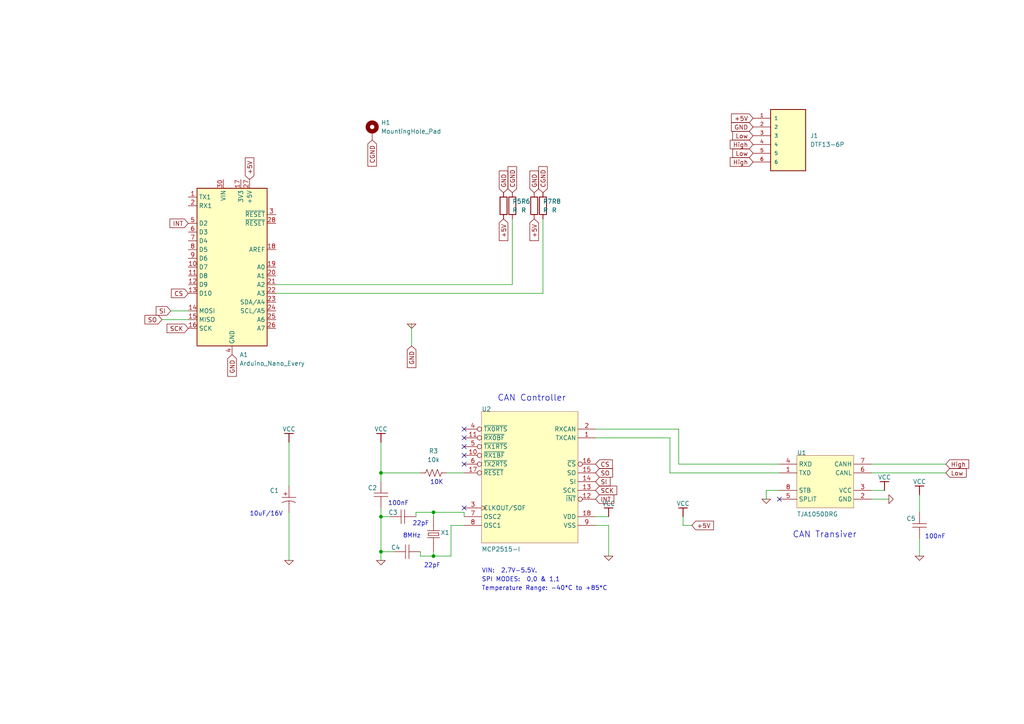
<source format=kicad_sch>
(kicad_sch (version 20250114) (generator "eeschema") (generator_version "9.0")
  (paper "A4")
  (lib_symbols
    (symbol "CAN Integration-altium-import:VCC_BAR" (power)
      (property "Value" "VCC" (at 0 -3.81 0))
      (symbol "VCC_BAR_0_0"
        (polyline (pts (xy -1.27 -2.54) (xy 1.27 -2.54)) (stroke (width 0.254)))
        (polyline (pts (xy 0 0) (xy 0 -2.54)) (stroke (width 0.254)))
        (pin power_in line (at 0 0 0) (length 0) (hide yes) (name "VCC") (number ""))
      )
    )
    (symbol "CAN Integration-altium-import:root_0_CRYSTAL-ECS-100-20-5PVX_adafruit.IntLib" (pin_numbers (hide yes)) (pin_names (hide yes))
      (symbol "root_0_CRYSTAL-ECS-100-20-5PVX_adafruit.IntLib_1_0"
        (polyline (pts (xy -1.778 1.016) (xy 1.778 1.016)))
        (polyline (pts (xy -1.778 -1.016) (xy 1.778 -1.016)))
        (polyline (pts (xy -1.524 0.381) (xy -1.524 -0.381)))
        (polyline (pts (xy -1.524 -0.381) (xy 1.524 -0.381)))
        (polyline (pts (xy 0 1.016) (xy 0 2.54)))
        (polyline (pts (xy 0 -2.54) (xy 0 -1.016)))
        (polyline (pts (xy 1.524 0.381) (xy -1.524 0.381)))
        (polyline (pts (xy 1.524 -0.381) (xy 1.524 0.381)))
        (pin passive line (at 0 5.08 270) (length 2.54) (name "2") (number "2"))
        (pin passive line (at 0 -5.08 90) (length 2.54) (name "1") (number "1"))
      )
    )
    (symbol "CAN Integration-altium-import:root_0_Cap_Tantalum_adafruit.IntLib" (pin_numbers (hide yes)) (pin_names (hide yes))
      (symbol "root_0_Cap_Tantalum_adafruit.IntLib_1_0"
        (polyline (pts (xy -2.032 -3.302) (xy 2.032 -3.302)))
        (polyline (pts (xy -1.524 -2.286) (xy -0.508 -2.286)))
        (polyline (pts (xy -1.016 -1.778) (xy -1.016 -2.794)))
        (polyline (pts (xy 0 -2.54) (xy 0 -3.302)))
        (polyline (pts (xy 0 -4.318) (xy 0 -5.08)))
        (arc (start 0 -4.318) (mid 0.9856 -4.4393) (end 1.9124 -4.7961))
        (arc (start -2.0163 -4.8535) (mid -1.0431 -4.4542) (end 0 -4.318))
        (pin passive line (at 0 0 270) (length 2.54) (name "1") (number "1"))
        (pin passive line (at 0 -7.62 90) (length 2.54) (name "2") (number "2"))
      )
    )
    (symbol "CAN Integration-altium-import:root_0_MCP2515_adafruit.SCHLIB"
      (symbol "root_0_MCP2515_adafruit.SCHLIB_1_0"
        (rectangle (start 27.94 0) (end 0 -38.1) (stroke (width 0.0254) (color 128 0 0 1)) (fill (type background)))
        (pin passive inverted (at -5.08 -5.08 0) (length 5.08) (name "~{TX0RTS}") (number "4"))
        (pin passive inverted (at -5.08 -7.62 0) (length 5.08) (name "~{RX0BF}") (number "11"))
        (pin passive inverted (at -5.08 -10.16 0) (length 5.08) (name "~{TX1RTS}") (number "5"))
        (pin passive inverted (at -5.08 -12.7 0) (length 5.08) (name "~{RX1BF}") (number "10"))
        (pin passive inverted (at -5.08 -15.24 0) (length 5.08) (name "~{TX2RTS}") (number "6"))
        (pin passive inverted (at -5.08 -17.78 0) (length 5.08) (name "~{RESET}") (number "17"))
        (pin passive clock (at -5.08 -27.94 0) (length 5.08) (name "CLKOUT/SOF") (number "3"))
        (pin passive line (at -5.08 -30.48 0) (length 5.08) (name "OSC2") (number "7"))
        (pin passive line (at -5.08 -33.02 0) (length 5.08) (name "OSC1") (number "8"))
        (pin passive line (at 33.02 -5.08 180) (length 5.08) (name "RXCAN") (number "2"))
        (pin passive line (at 33.02 -7.62 180) (length 5.08) (name "TXCAN") (number "1"))
        (pin passive inverted (at 33.02 -15.24 180) (length 5.08) (name "~{CS}") (number "16"))
        (pin passive line (at 33.02 -17.78 180) (length 5.08) (name "SO") (number "15"))
        (pin passive line (at 33.02 -20.32 180) (length 5.08) (name "SI") (number "14"))
        (pin passive line (at 33.02 -22.86 180) (length 5.08) (name "SCK") (number "13"))
        (pin passive inverted (at 33.02 -25.4 180) (length 5.08) (name "~{INT}") (number "12"))
        (pin passive line (at 33.02 -30.48 180) (length 5.08) (name "VDD") (number "18"))
        (pin passive line (at 33.02 -33.02 180) (length 5.08) (name "VSS") (number "9"))
      )
    )
    (symbol "CAN Integration-altium-import:root_0_TJA1050DRG_adafruit.SCHLIB"
      (symbol "root_0_TJA1050DRG_adafruit.SCHLIB_1_0"
        (rectangle (start 16.51 0) (end 0 -15.24) (stroke (width 0.0254) (color 128 0 0 1)) (fill (type background)))
        (pin passive line (at -5.08 -2.54 0) (length 5.08) (name "RXD") (number "4"))
        (pin passive line (at -5.08 -5.08 0) (length 5.08) (name "TXD") (number "1"))
        (pin passive line (at -5.08 -10.16 0) (length 5.08) (name "STB") (number "8"))
        (pin passive line (at -5.08 -12.7 0) (length 5.08) (name "SPLIT") (number "5"))
        (pin passive line (at 21.59 -2.54 180) (length 5.08) (name "CANH") (number "7"))
        (pin passive line (at 21.59 -5.08 180) (length 5.08) (name "CANL") (number "6"))
        (pin passive line (at 21.59 -10.16 180) (length 5.08) (name "VCC") (number "3"))
        (pin passive line (at 21.59 -12.7 180) (length 5.08) (name "GND") (number "2"))
      )
    )
    (symbol "CAN Integration-altium-import:root_2_Cap_0603_adafruit.IntLib" (pin_numbers (hide yes)) (pin_names (hide yes))
      (symbol "root_2_Cap_0603_adafruit.IntLib_1_0"
        (polyline (pts (xy -2.032 4.318) (xy 2.032 4.318)))
        (polyline (pts (xy 0 5.08) (xy 0 4.318)))
        (polyline (pts (xy 0 2.54) (xy 0 3.302)))
        (polyline (pts (xy 2.032 3.302) (xy -2.032 3.302)))
        (pin passive line (at 0 7.62 270) (length 2.54) (name "2") (number "2"))
        (pin passive line (at 0 0 90) (length 2.54) (name "1") (number "1"))
      )
    )
    (symbol "CAN Integration-altium-import:root_3_Cap_0603_adafruit.IntLib" (pin_numbers (hide yes)) (pin_names (hide yes))
      (symbol "root_3_Cap_0603_adafruit.IntLib_1_0"
        (polyline (pts (xy -5.08 0) (xy -4.318 0)))
        (polyline (pts (xy -4.318 -2.032) (xy -4.318 2.032)))
        (polyline (pts (xy -3.302 2.032) (xy -3.302 -2.032)))
        (polyline (pts (xy -2.54 0) (xy -3.302 0)))
        (pin passive line (at -7.62 0 0) (length 2.54) (name "2") (number "2"))
        (pin passive line (at 0 0 180) (length 2.54) (name "1") (number "1"))
      )
    )
    (symbol "DTF13-6P:DTF13-6P" (pin_names (offset 1.016))
      (property "Reference" "J" (at -5.08 8.128 0))
      (property "Value" "DTF13-6P" (at -5.08 -12.7 0))
      (symbol "DTF13-6P_0_0"
        (rectangle (start -5.08 -10.16) (end 5.08 7.62) (stroke (width 0.254)) (fill (type background)))
        (pin passive line (at -10.16 5.08 0) (length 5.08) (name "1") (number "1"))
        (pin passive line (at -10.16 2.54 0) (length 5.08) (name "2") (number "2"))
        (pin passive line (at -10.16 0 0) (length 5.08) (name "3") (number "3"))
        (pin passive line (at -10.16 -2.54 0) (length 5.08) (name "4") (number "4"))
        (pin passive line (at -10.16 -5.08 0) (length 5.08) (name "5") (number "5"))
        (pin passive line (at -10.16 -7.62 0) (length 5.08) (name "6") (number "6"))
      )
    )
    (symbol "Device:R" (pin_numbers (hide yes)) (pin_names (offset 0))
      (property "Reference" "R" (at 2.032 0 90))
      (property "Value" "R" (at 0 0 90))
      (symbol "R_0_1"
        (rectangle (start -1.016 -2.54) (end 1.016 2.54) (stroke (width 0.254)))
      )
      (symbol "R_1_1"
        (pin passive line (at 0 3.81 270) (length 1.27) (name "~") (number "1"))
        (pin passive line (at 0 -3.81 90) (length 1.27) (name "~") (number "2"))
      )
    )
    (symbol "Device:R_US" (pin_numbers (hide yes)) (pin_names (offset 0))
      (property "Reference" "R" (at 2.54 0 90))
      (property "Value" "R_US" (at -2.54 0 90))
      (symbol "R_US_0_1"
        (polyline (pts (xy 0 2.286) (xy 0 2.54)))
        (polyline (pts (xy 0 2.286) (xy 1.016 1.905) (xy 0 1.524) (xy -1.016 1.143) (xy 0 0.762)))
        (polyline (pts (xy 0 0.762) (xy 1.016 0.381) (xy 0 0) (xy -1.016 -0.381) (xy 0 -0.762)))
        (polyline (pts (xy 0 -0.762) (xy 1.016 -1.143) (xy 0 -1.524) (xy -1.016 -1.905) (xy 0 -2.286)))
        (polyline (pts (xy 0 -2.286) (xy 0 -2.54)))
      )
      (symbol "R_US_1_1"
        (pin passive line (at 0 3.81 270) (length 1.27) (name "~") (number "1"))
        (pin passive line (at 0 -3.81 90) (length 1.27) (name "~") (number "2"))
      )
    )
    (symbol "MCU_Module:Arduino_Nano_Every"
      (property "Reference" "A" (at -10.16 23.495 0))
      (property "Value" "Arduino_Nano_Every" (at 5.08 -24.13 0))
      (symbol "Arduino_Nano_Every_0_1"
        (rectangle (start -10.16 22.86) (end 10.16 -22.86) (stroke (width 0.254)) (fill (type background)))
      )
      (symbol "Arduino_Nano_Every_1_1"
        (pin bidirectional line (at -12.7 20.32 0) (length 2.54) (name "TX1") (number "1"))
        (pin bidirectional line (at -12.7 17.78 0) (length 2.54) (name "RX1") (number "2"))
        (pin bidirectional line (at -12.7 12.7 0) (length 2.54) (name "D2") (number "5"))
        (pin bidirectional line (at -12.7 10.16 0) (length 2.54) (name "D3") (number "6"))
        (pin bidirectional line (at -12.7 7.62 0) (length 2.54) (name "D4") (number "7"))
        (pin bidirectional line (at -12.7 5.08 0) (length 2.54) (name "D5") (number "8"))
        (pin bidirectional line (at -12.7 2.54 0) (length 2.54) (name "D6") (number "9"))
        (pin bidirectional line (at -12.7 0 0) (length 2.54) (name "D7") (number "10"))
        (pin bidirectional line (at -12.7 -2.54 0) (length 2.54) (name "D8") (number "11"))
        (pin bidirectional line (at -12.7 -5.08 0) (length 2.54) (name "D9") (number "12"))
        (pin bidirectional line (at -12.7 -7.62 0) (length 2.54) (name "D10") (number "13"))
        (pin bidirectional line (at -12.7 -12.7 0) (length 2.54) (name "MOSI") (number "14"))
        (pin bidirectional line (at -12.7 -15.24 0) (length 2.54) (name "MISO") (number "15"))
        (pin bidirectional line (at -12.7 -17.78 0) (length 2.54) (name "SCK") (number "16"))
        (pin power_in line (at -2.54 25.4 270) (length 2.54) (name "VIN") (number "30"))
        (pin passive line (at 0 -25.4 90) (length 2.54) (hide yes) (name "GND") (number "29"))
        (pin power_in line (at 0 -25.4 90) (length 2.54) (name "GND") (number "4"))
        (pin power_out line (at 2.54 25.4 270) (length 2.54) (name "3V3") (number "17"))
        (pin power_out line (at 5.08 25.4 270) (length 2.54) (name "+5V") (number "27"))
        (pin input line (at 12.7 15.24 180) (length 2.54) (name "~{RESET}") (number "3"))
        (pin input line (at 12.7 12.7 180) (length 2.54) (name "~{RESET}") (number "28"))
        (pin input line (at 12.7 5.08 180) (length 2.54) (name "AREF") (number "18"))
        (pin bidirectional line (at 12.7 0 180) (length 2.54) (name "A0") (number "19"))
        (pin bidirectional line (at 12.7 -2.54 180) (length 2.54) (name "A1") (number "20"))
        (pin bidirectional line (at 12.7 -5.08 180) (length 2.54) (name "A2") (number "21"))
        (pin bidirectional line (at 12.7 -7.62 180) (length 2.54) (name "A3") (number "22"))
        (pin bidirectional line (at 12.7 -10.16 180) (length 2.54) (name "SDA/A4") (number "23"))
        (pin bidirectional line (at 12.7 -12.7 180) (length 2.54) (name "SCL/A5") (number "24"))
        (pin bidirectional line (at 12.7 -15.24 180) (length 2.54) (name "A6") (number "25"))
        (pin bidirectional line (at 12.7 -17.78 180) (length 2.54) (name "A7") (number "26"))
      )
    )
    (symbol "Mechanical:MountingHole_Pad" (pin_numbers (hide yes)) (pin_names (offset 1.016) (hide yes)) (in_bom no)
      (property "Reference" "H" (at 0 6.35 0))
      (property "Value" "MountingHole_Pad" (at 0 4.445 0))
      (symbol "MountingHole_Pad_0_1"
        (circle (center 0 1.27) (radius 1.27) (stroke (width 1.27)))
      )
      (symbol "MountingHole_Pad_1_1"
        (pin input line (at 0 -2.54 90) (length 2.54) (name "1") (number "1"))
      )
    )
    (symbol "Simulation_SPICE:0" (power) (pin_numbers (hide yes)) (pin_names (offset 0) (hide yes))
      (property "Value" "0" (at 0 -2.54 0))
      (symbol "0_0_1"
        (polyline (pts (xy -1.27 0) (xy 0 -1.27) (xy 1.27 0) (xy -1.27 0)))
      )
      (symbol "0_1_1"
        (pin power_in line (at 0 0 0) (length 0) (name "~") (number "1"))
      )
    )
  )
  (text "22pF" (at 122.936 164.846 0) (effects (font (size 1.27 1.27)) (justify left bottom)))
  (text "Temperature Range: -40*C to +85*C" (at 139.7 171.45 0) (effects (font (size 1.27 1.27)) (justify left bottom)))
  (text "8MHz" (at 116.84 156.21 0) (effects (font (size 1.27 1.27)) (justify left bottom)))
  (text "10K" (at 124.714 140.716 0) (effects (font (size 1.27 1.27)) (justify left bottom)))
  (text "VIN:  2.7V-5.5V." (at 139.7 166.37 0) (effects (font (size 1.27 1.27)) (justify left bottom)))
  (text "100nF" (at 112.522 146.812 0) (effects (font (size 1.27 1.27)) (justify left bottom)))
  (text "CAN Transiver" (at 229.87 156.21 0) (effects (font (size 1.778 1.778)) (justify left bottom)))
  (text "CAN Controller" (at 144.272 116.586 0) (effects (font (size 1.778 1.778)) (justify left bottom)))
  (text "100nF" (at 268.224 156.464 0) (effects (font (size 1.27 1.27)) (justify left bottom)))
  (text "SPI MODES:  0,0 & 1,1" (at 139.7 168.91 0) (effects (font (size 1.27 1.27)) (justify left bottom)))
  (text "22pF" (at 119.634 152.654 0) (effects (font (size 1.27 1.27)) (justify left bottom)))
  (text "10uF/16V" (at 72.39 149.86 0) (effects (font (size 1.27 1.27)) (justify left bottom)))
  (junction (at 125.73 148.59))
  (junction (at 125.73 161.29))
  (junction (at 110.49 137.16))
  (junction (at 110.49 160.02))
  (junction (at 110.49 149.86))
  (no_connect (at 134.62 127))
  (no_connect (at 134.62 129.54))
  (no_connect (at 134.62 124.46))
  (no_connect (at 134.62 132.08))
  (no_connect (at 134.62 134.62))
  (no_connect (at 226.06 144.78))
  (no_connect (at 134.62 147.32))
  (wire (pts (xy 80.01 82.55) (xy 148.59 82.55)))
  (wire (pts (xy 176.53 152.4) (xy 172.72 152.4)))
  (wire (pts (xy 49.53 90.17) (xy 54.61 90.17)))
  (wire (pts (xy 83.82 162.56) (xy 83.82 148.59)))
  (wire (pts (xy 125.73 148.59) (xy 125.73 149.86)))
  (wire (pts (xy 196.85 134.62) (xy 226.06 134.62)))
  (wire (pts (xy 252.73 137.16) (xy 274.32 137.16)))
  (wire (pts (xy 266.7 143.51) (xy 266.7 148.59)))
  (wire (pts (xy 198.12 152.4) (xy 200.66 152.4)))
  (wire (pts (xy 266.7 161.29) (xy 266.7 156.21)))
  (wire (pts (xy 120.65 148.59) (xy 120.65 149.86)))
  (wire (pts (xy 110.49 160.02) (xy 110.49 162.56)))
  (wire (pts (xy 125.73 148.59) (xy 134.62 148.59)))
  (wire (pts (xy 198.12 149.86) (xy 198.12 152.4)))
  (wire (pts (xy 110.49 160.02) (xy 114.3 160.02)))
  (wire (pts (xy 196.85 124.46) (xy 196.85 134.62)))
  (wire (pts (xy 222.25 142.24) (xy 222.25 144.78)))
  (wire (pts (xy 119.38 93.98) (xy 119.38 100.33)))
  (wire (pts (xy 134.62 148.59) (xy 134.62 149.86)))
  (wire (pts (xy 257.81 144.78) (xy 252.73 144.78)))
  (wire (pts (xy 134.62 152.4) (xy 130.81 152.4)))
  (wire (pts (xy 110.49 149.86) (xy 113.03 149.86)))
  (wire (pts (xy 130.81 152.4) (xy 130.81 161.29)))
  (wire (pts (xy 121.92 161.29) (xy 125.73 161.29)))
  (wire (pts (xy 148.59 82.55) (xy 148.59 63.5)))
  (wire (pts (xy 46.99 92.71) (xy 54.61 92.71)))
  (wire (pts (xy 120.65 148.59) (xy 125.73 148.59)))
  (wire (pts (xy 172.72 127) (xy 194.31 127)))
  (wire (pts (xy 121.92 160.02) (xy 121.92 161.29)))
  (wire (pts (xy 125.73 161.29) (xy 130.81 161.29)))
  (wire (pts (xy 176.53 149.86) (xy 172.72 149.86)))
  (wire (pts (xy 110.49 149.86) (xy 110.49 160.02)))
  (wire (pts (xy 157.48 85.09) (xy 157.48 63.5)))
  (wire (pts (xy 172.72 124.46) (xy 196.85 124.46)))
  (wire (pts (xy 134.62 137.16) (xy 129.54 137.16)))
  (wire (pts (xy 121.92 137.16) (xy 110.49 137.16)))
  (wire (pts (xy 252.73 134.62) (xy 274.32 134.62)))
  (wire (pts (xy 194.31 127) (xy 194.31 137.16)))
  (wire (pts (xy 125.73 160.02) (xy 125.73 161.29)))
  (wire (pts (xy 176.53 161.29) (xy 176.53 152.4)))
  (wire (pts (xy 194.31 137.16) (xy 226.06 137.16)))
  (wire (pts (xy 110.49 137.16) (xy 110.49 139.7)))
  (wire (pts (xy 226.06 142.24) (xy 222.25 142.24)))
  (wire (pts (xy 83.82 128.27) (xy 83.82 140.97)))
  (wire (pts (xy 256.54 142.24) (xy 252.73 142.24)))
  (wire (pts (xy 110.49 128.27) (xy 110.49 137.16)))
  (wire (pts (xy 80.01 85.09) (xy 157.48 85.09)))
  (wire (pts (xy 110.49 147.32) (xy 110.49 149.86)))
  (global_label "CS" (shape input) (at 54.61 85.09 180) (property "Intersheetrefs" "${INTERSHEET_REFS}" (effects (hide yes))))
  (global_label "Low" (shape input) (at 218.44 44.45 180) (property "Intersheetrefs" "${INTERSHEET_REFS}" (effects (hide yes))))
  (global_label "GND" (shape input) (at 154.94 55.88 90) (property "Intersheetrefs" "${INTERSHEET_REFS}" (effects (hide yes))))
  (global_label "High" (shape input) (at 274.32 134.62 0) (property "Intersheetrefs" "${INTERSHEET_REFS}" (effects (hide yes))))
  (global_label "+5V" (shape input) (at 154.94 63.5 270) (property "Intersheetrefs" "${INTERSHEET_REFS}" (effects (hide yes))))
  (global_label "INT" (shape input) (at 54.61 64.77 180) (property "Intersheetrefs" "${INTERSHEET_REFS}" (effects (hide yes))))
  (global_label "CGND" (shape input) (at 107.95 40.64 270) (property "Intersheetrefs" "${INTERSHEET_REFS}" (effects (hide yes))))
  (global_label "SO" (shape input) (at 172.72 137.16 0) (property "Intersheetrefs" "${INTERSHEET_REFS}" (effects (hide yes))))
  (global_label "+5V" (shape input) (at 146.05 63.5 270) (property "Intersheetrefs" "${INTERSHEET_REFS}" (effects (hide yes))))
  (global_label "CGND" (shape input) (at 157.48 55.88 90) (property "Intersheetrefs" "${INTERSHEET_REFS}" (effects (hide yes))))
  (global_label "+5V" (shape input) (at 218.44 34.29 180) (property "Intersheetrefs" "${INTERSHEET_REFS}" (effects (hide yes))))
  (global_label "SI" (shape input) (at 49.53 90.17 180) (property "Intersheetrefs" "${INTERSHEET_REFS}" (effects (hide yes))))
  (global_label "High" (shape input) (at 218.44 41.91 180) (property "Intersheetrefs" "${INTERSHEET_REFS}" (effects (hide yes))))
  (global_label "+5V" (shape input) (at 200.66 152.4 0) (property "Intersheetrefs" "${INTERSHEET_REFS}" (effects (hide yes))))
  (global_label "Low" (shape input) (at 274.32 137.16 0) (property "Intersheetrefs" "${INTERSHEET_REFS}" (effects (hide yes))))
  (global_label "SCK" (shape input) (at 54.61 95.25 180) (property "Intersheetrefs" "${INTERSHEET_REFS}" (effects (hide yes))))
  (global_label "High" (shape input) (at 218.44 46.99 180) (property "Intersheetrefs" "${INTERSHEET_REFS}" (effects (hide yes))))
  (global_label "SO" (shape input) (at 46.99 92.71 180) (property "Intersheetrefs" "${INTERSHEET_REFS}" (effects (hide yes))))
  (global_label "INT" (shape input) (at 172.72 144.78 0) (property "Intersheetrefs" "${INTERSHEET_REFS}" (effects (hide yes))))
  (global_label "GND" (shape input) (at 218.44 36.83 180) (property "Intersheetrefs" "${INTERSHEET_REFS}" (effects (hide yes))))
  (global_label "SI" (shape input) (at 172.72 139.7 0) (property "Intersheetrefs" "${INTERSHEET_REFS}" (effects (hide yes))))
  (global_label "GND" (shape input) (at 67.31 102.87 270) (property "Intersheetrefs" "${INTERSHEET_REFS}" (effects (hide yes))))
  (global_label "CS" (shape input) (at 172.72 134.62 0) (property "Intersheetrefs" "${INTERSHEET_REFS}" (effects (hide yes))))
  (global_label "+5V" (shape input) (at 72.39 52.07 90) (property "Intersheetrefs" "${INTERSHEET_REFS}" (effects (hide yes))))
  (global_label "CGND" (shape input) (at 148.59 55.88 90) (property "Intersheetrefs" "${INTERSHEET_REFS}" (effects (hide yes))))
  (global_label "SCK" (shape input) (at 172.72 142.24 0) (property "Intersheetrefs" "${INTERSHEET_REFS}" (effects (hide yes))))
  (global_label "Low" (shape input) (at 218.44 39.37 180) (property "Intersheetrefs" "${INTERSHEET_REFS}" (effects (hide yes))))
  (global_label "GND" (shape input) (at 119.38 100.33 270) (property "Intersheetrefs" "${INTERSHEET_REFS}" (effects (hide yes))))
  (global_label "GND" (shape input) (at 146.05 55.88 90) (property "Intersheetrefs" "${INTERSHEET_REFS}" (effects (hide yes))))
  (symbol (lib_id "Device:R") (at 146.05 59.69 0) (unit 1)
    (property "Reference" "R5" (at 148.59 58.4199 0) (effects (justify left)))
    (property "Value" "R" (at 148.59 60.9599 0) (effects (justify left)))
    (property "Footprint" "Resistor_THT:R_Axial_DIN0204_L3.6mm_D1.6mm_P7.62mm_Horizontal" (effects (hide yes)))
    (property "Description" "Resistor" (effects (hide yes)))
  )
  (symbol (lib_id "CAN Integration-altium-import:VCC_BAR") (at 83.82 128.27 180) (unit 1)
    (property "Reference" "#PWR0112" (effects (hide yes)))
    (property "Value" "VCC" (at 83.82 124.46 0))
  )
  (symbol (lib_id "CAN Integration-altium-import:root_0_CRYSTAL-ECS-100-20-5PVX_adafruit.IntLib") (at 125.73 154.94 0) (unit 0)
    (property "Reference" "X1" (at 127.762 155.194 0) (effects (justify left bottom)))
    (property "Value" "${ALTIUM_VALUE}" (effects (hide yes)))
    (property "Footprint" "Crystal:Crystal_SMD_HC49-SD" (effects (hide yes)))
    (property "Description" "10MHz Â±30ppm Crystal 20pF 60 Ohms HC-49/US" (effects (hide yes)))
    (property "AVAILABILITY" "Warning" (effects (hide yes)))
    (property "SNAPEDA_LINK" "https://www.snapeda.com/parts/ECS-100-20-5PVX/ECS%20Inc./view-part/2721546/?ref=snap" (effects (hide yes)))
    (property "MP" "ECS-100-20-5PVX" (effects (hide yes)))
    (property "ALTIUM_VALUE" "8MHz" (effects (hide yes)))
    (property "PRICE" "None" (effects (hide yes)))
    (property "PACKAGE" "HC49/US ECS International" (effects (hide yes)))
    (property "MF" "ECS Inc." (effects (hide yes)))
    (property "CHECK_PRICES" "https://www.snapeda.com/parts/ECS-100-20-5PVX/ECS%20Inc./view-part/2721546/?ref=eda" (effects (hide yes)))
  )
  (symbol (lib_id "Simulation_SPICE:0") (at 266.7 161.29 0) (unit 1)
    (property "Reference" "#GND018" (effects (hide yes)))
    (property "Value" "0" (effects (hide yes)))
    (property "Datasheet" "https://ngspice.sourceforge.io/docs/ngspice-html-manual/manual.xhtml#subsec_Circuit_elements__device" (effects (hide yes)))
    (property "Description" "0V reference potential for simulation" (effects (hide yes)))
  )
  (symbol (lib_id "Simulation_SPICE:0") (at 110.49 162.56 0) (unit 1)
    (property "Reference" "#GND013" (effects (hide yes)))
    (property "Value" "0" (effects (hide yes)))
    (property "Datasheet" "https://ngspice.sourceforge.io/docs/ngspice-html-manual/manual.xhtml#subsec_Circuit_elements__device" (effects (hide yes)))
    (property "Description" "0V reference potential for simulation" (effects (hide yes)))
  )
  (symbol (lib_id "Simulation_SPICE:0") (at 222.25 144.78 0) (unit 1)
    (property "Reference" "#GND016" (effects (hide yes)))
    (property "Value" "0" (effects (hide yes)))
    (property "Datasheet" "https://ngspice.sourceforge.io/docs/ngspice-html-manual/manual.xhtml#subsec_Circuit_elements__device" (effects (hide yes)))
    (property "Description" "0V reference potential for simulation" (effects (hide yes)))
  )
  (symbol (lib_id "CAN Integration-altium-import:VCC_BAR") (at 266.7 143.51 180) (unit 1)
    (property "Reference" "#PWR0102" (effects (hide yes)))
    (property "Value" "VCC" (at 266.7 139.7 0))
  )
  (symbol (lib_id "CAN Integration-altium-import:VCC_BAR") (at 198.12 149.86 180) (unit 1)
    (property "Reference" "#PWR0108" (effects (hide yes)))
    (property "Value" "VCC" (at 198.12 146.05 0))
  )
  (symbol (lib_id "CAN Integration-altium-import:root_3_Cap_0603_adafruit.IntLib") (at 121.92 160.02 0) (unit 0)
    (property "Reference" "C4" (at 113.411 159.512 0) (effects (justify left bottom)))
    (property "Value" "${ALTIUM_VALUE}" (effects (hide yes)))
    (property "Footprint" "Capacitor_SMD:C_0603_1608Metric" (effects (hide yes)))
    (property "Description" "Capacitor, X5R, ±10%, 6.3V" (effects (hide yes)))
    (property "PART NUMBER" "C0603-N.C." (effects (hide yes)))
    (property "MANUFACTURER" "N.A." (effects (hide yes)))
    (property "DATASHEET" "*" (effects (hide yes)))
    (property "LATESTREVISIONDATE" "2009-11-23" (effects (hide yes)))
    (property "PIN COUNT" "2" (effects (hide yes)))
    (property "PUBLISHER" "Nordic Semiconductor" (effects (hide yes)))
    (property "PUBLISHED" "2009-05-08" (effects (hide yes)))
    (property "ALTIUM_VALUE" "22pF" (effects (hide yes)))
    (property "VOLTS" "6.3V" (effects (hide yes)))
    (property "SUPPLIER" "*" (effects (hide yes)))
    (property "SUPPLIER PART NUMBER" "*" (effects (hide yes)))
    (property "2ND SOURCE SUPPLIER" "*" (effects (hide yes)))
    (property "2ND SOURCE PART NUMBER" "*" (effects (hide yes)))
    (property "ARTIKKELNR NOCA" "20069060" (effects (hide yes)))
    (property "FOOTPRINT DOC" "0603" (effects (hide yes)))
    (property "ARTIKKELNR SIMPRO" "N.A." (effects (hide yes)))
    (property "MANUFACTURER PART NUMBER" "N.A." (effects (hide yes)))
  )
  (symbol (lib_id "CAN Integration-altium-import:root_3_Cap_0603_adafruit.IntLib") (at 120.65 149.86 0) (unit 0)
    (property "Reference" "C3" (at 112.649 149.352 0) (effects (justify left bottom)))
    (property "Value" "${ALTIUM_VALUE}" (effects (hide yes)))
    (property "Footprint" "Capacitor_SMD:C_0603_1608Metric" (effects (hide yes)))
    (property "Description" "Capacitor, X5R, ±10%, 6.3V" (effects (hide yes)))
    (property "PART NUMBER" "C0603-N.C." (effects (hide yes)))
    (property "MANUFACTURER" "N.A." (effects (hide yes)))
    (property "DATASHEET" "*" (effects (hide yes)))
    (property "LATESTREVISIONDATE" "2009-11-23" (effects (hide yes)))
    (property "PIN COUNT" "2" (effects (hide yes)))
    (property "PUBLISHER" "Nordic Semiconductor" (effects (hide yes)))
    (property "PUBLISHED" "2009-05-08" (effects (hide yes)))
    (property "ALTIUM_VALUE" "22pF" (effects (hide yes)))
    (property "VOLTS" "6.3V" (effects (hide yes)))
    (property "SUPPLIER" "*" (effects (hide yes)))
    (property "SUPPLIER PART NUMBER" "*" (effects (hide yes)))
    (property "2ND SOURCE SUPPLIER" "*" (effects (hide yes)))
    (property "2ND SOURCE PART NUMBER" "*" (effects (hide yes)))
    (property "ARTIKKELNR NOCA" "20069060" (effects (hide yes)))
    (property "FOOTPRINT DOC" "0603" (effects (hide yes)))
    (property "ARTIKKELNR SIMPRO" "N.A." (effects (hide yes)))
    (property "MANUFACTURER PART NUMBER" "N.A." (effects (hide yes)))
  )
  (symbol (lib_id "CAN Integration-altium-import:root_0_Cap_Tantalum_adafruit.IntLib") (at 83.82 140.97 0) (unit 0)
    (property "Reference" "C1" (at 78.232 143.002 0) (effects (justify left bottom)))
    (property "Value" "10uF/16V" (effects (hide yes)))
    (property "Footprint" "Capacitor_Tantalum_SMD:CP_EIA-1608-08_AVX-J" (effects (hide yes)))
    (property "Description" "SMD Tantalum Capacitor" (effects (hide yes)))
  )
  (symbol (lib_id "CAN Integration-altium-import:VCC_BAR") (at 256.54 142.24 180) (unit 1)
    (property "Reference" "#PWR0101" (effects (hide yes)))
    (property "Value" "VCC" (at 256.54 138.43 0))
  )
  (symbol (lib_id "CAN Integration-altium-import:root_0_TJA1050DRG_adafruit.SCHLIB") (at 231.14 132.08 0) (unit 0)
    (property "Reference" "U1" (at 231.14 132.08 0) (effects (justify left bottom)))
    (property "Value" "TJA1050DRG" (at 231.14 149.86 0) (effects (justify left bottom)))
    (property "Footprint" "Package_SO:SOIC-8_5.3x5.3mm_P1.27mm" (effects (hide yes)))
    (property "Description" "CAN Transiver" (effects (hide yes)))
    (property "SYMBOL" "TJA1050DRG" (effects (hide yes)))
    (property "DEVICE" "TJA1050DRG" (effects (hide yes)))
    (property "LCSC PART NAME" "TJA1050DRG" (effects (hide yes)))
    (property "SUPPLIER PART" "C19723770" (effects (hide yes)))
    (property "MANUFACTURER" "HGC(深圳汉芯)" (effects (hide yes)))
    (property "MANUFACTURER PART" "TJA1050DRG" (effects (hide yes)))
    (property "SUPPLIER FOOTPRINT" "SOP-8" (effects (hide yes)))
    (property "JLCPCB PART CLASS" "Extended Part" (effects (hide yes)))
    (property "DATASHEET" "https://atta.szlcsc.com/upload/public/pdf/source/20231229/9EC40A6172CAB0350BF7AF3421F4DEBF.pdf" (effects (hide yes)))
    (property "SUPPLIER" "LCSC" (effects (hide yes)))
    (property "ADD INTO BOM" "yes" (effects (hide yes)))
    (property "CONVERT TO PCB" "yes" (effects (hide yes)))
  )
  (symbol (lib_id "CAN Integration-altium-import:VCC_BAR") (at 110.49 128.27 180) (unit 1)
    (property "Reference" "#PWR0115" (effects (hide yes)))
    (property "Value" "VCC" (at 110.49 124.46 0))
  )
  (symbol (lib_id "CAN Integration-altium-import:root_2_Cap_0603_adafruit.IntLib") (at 110.49 147.32 0) (unit 0)
    (property "Reference" "C2" (at 106.68 142.24 0) (effects (justify left bottom)))
    (property "Value" "${ALTIUM_VALUE}" (effects (hide yes)))
    (property "Footprint" "Capacitor_SMD:C_0603_1608Metric" (effects (hide yes)))
    (property "Description" "Capacitor, X5R, ±10%, 6.3V" (effects (hide yes)))
    (property "PART NUMBER" "C0603-N.C." (effects (hide yes)))
    (property "MANUFACTURER" "N.A." (effects (hide yes)))
    (property "DATASHEET" "*" (effects (hide yes)))
    (property "LATESTREVISIONDATE" "2009-11-23" (effects (hide yes)))
    (property "PIN COUNT" "2" (effects (hide yes)))
    (property "PUBLISHER" "Nordic Semiconductor" (effects (hide yes)))
    (property "PUBLISHED" "2009-05-08" (effects (hide yes)))
    (property "ALTIUM_VALUE" "100nF" (effects (hide yes)))
    (property "VOLTS" "6.3V" (effects (hide yes)))
    (property "SUPPLIER" "*" (effects (hide yes)))
    (property "SUPPLIER PART NUMBER" "*" (effects (hide yes)))
    (property "2ND SOURCE SUPPLIER" "*" (effects (hide yes)))
    (property "2ND SOURCE PART NUMBER" "*" (effects (hide yes)))
    (property "ARTIKKELNR NOCA" "20069060" (effects (hide yes)))
    (property "FOOTPRINT DOC" "0603" (effects (hide yes)))
    (property "ARTIKKELNR SIMPRO" "N.A." (effects (hide yes)))
    (property "MANUFACTURER PART NUMBER" "N.A." (effects (hide yes)))
  )
  (symbol (lib_id "Simulation_SPICE:0") (at 119.38 93.98 0) (unit 1)
    (property "Reference" "#GND02" (effects (hide yes)))
    (property "Value" "0" (effects (hide yes)))
    (property "Datasheet" "https://ngspice.sourceforge.io/docs/ngspice-html-manual/manual.xhtml#subsec_Circuit_elements__device" (effects (hide yes)))
    (property "Description" "0V reference potential for simulation" (effects (hide yes)))
  )
  (symbol (lib_id "DTF13-6P:DTF13-6P") (at 228.6 39.37 0) (unit 1)
    (property "Reference" "J1" (at 234.95 39.3699 0) (effects (justify left)))
    (property "Value" "DTF13-6P" (at 234.95 41.9099 0) (effects (justify left)))
    (property "Footprint" "DTF13-6P:TE_DTF13-6P" (effects (hide yes)))
    (property "Comment" "DTF13-6P" (effects (hide yes)))
    (property "MF" "TE Connectivity" (effects (hide yes)))
    (property "MAXIMUM_PACKAGE_HEIGHT" "22.35mm" (effects (hide yes)))
    (property "Package" "None" (effects (hide yes)))
    (property "Price" "None" (effects (hide yes)))
    (property "Check_prices" "https://www.snapeda.com/parts/DTF13-6P/TE+Connectivity+Deutsch+Connectors/view-part/?ref=eda" (effects (hide yes)))
    (property "STANDARD" "Manufacturer Recommendations" (effects (hide yes)))
    (property "PARTREV" "B" (effects (hide yes)))
    (property "SnapEDA_Link" "https://www.snapeda.com/parts/DTF13-6P/TE+Connectivity+Deutsch+Connectors/view-part/?ref=snap" (effects (hide yes)))
    (property "MP" "DTF13-6P" (effects (hide yes)))
    (property "EU_RoHS_Compliance" "Compliant with Exemptions" (effects (hide yes)))
    (property "Description_1" "Connector, 6-Way, Black, Polyamide, DT Series | TE Connectivity DTF13-6P" (effects (hide yes)))
    (property "Availability" "In Stock" (effects (hide yes)))
    (property "MANUFACTURER" "TE Connectivity" (effects (hide yes)))
  )
  (symbol (lib_id "MCU_Module:Arduino_Nano_Every") (at 67.31 77.47 0) (unit 1)
    (property "Reference" "A1" (at 69.4533 102.87 0) (effects (justify left)))
    (property "Value" "Arduino_Nano_Every" (at 69.4533 105.41 0) (effects (justify left)))
    (property "Footprint" "Module:Arduino_Nano" (effects (hide yes)))
    (property "Datasheet" "https://content.arduino.cc/assets/NANOEveryV3.0_sch.pdf" (effects (hide yes)))
    (property "Description" "Arduino Nano Every" (effects (hide yes)))
  )
  (symbol (lib_id "Device:R") (at 148.59 59.69 0) (unit 1)
    (property "Reference" "R6" (at 151.13 58.4199 0) (effects (justify left)))
    (property "Value" "R" (at 151.13 60.9599 0) (effects (justify left)))
    (property "Footprint" "Resistor_THT:R_Axial_DIN0204_L3.6mm_D1.6mm_P7.62mm_Horizontal" (effects (hide yes)))
    (property "Description" "Resistor" (effects (hide yes)))
  )
  (symbol (lib_id "Simulation_SPICE:0") (at 83.82 162.56 0) (unit 1)
    (property "Reference" "#GND015" (effects (hide yes)))
    (property "Value" "0" (effects (hide yes)))
    (property "Datasheet" "https://ngspice.sourceforge.io/docs/ngspice-html-manual/manual.xhtml#subsec_Circuit_elements__device" (effects (hide yes)))
    (property "Description" "0V reference potential for simulation" (effects (hide yes)))
  )
  (symbol (lib_id "CAN Integration-altium-import:root_0_MCP2515_adafruit.SCHLIB") (at 139.7 119.38 0) (unit 0)
    (property "Reference" "U2" (at 139.7 119.38 0) (effects (justify left bottom)))
    (property "Value" "MCP2515-I" (at 139.7 160.02 0) (effects (justify left bottom)))
    (property "Footprint" "Package_SO:SOIC-18W_7.5x11.6mm_P1.27mm" (effects (hide yes)))
    (property "Description" "CAN Controller" (effects (hide yes)))
    (property "SYMBOL" "MCP2515-I" (effects (hide yes)))
    (property "DEVICE" "MCP2515-I" (effects (hide yes)))
    (property "SUPPLIER" "LCSC" (effects (hide yes)))
    (property "SUPPLIER PART" "C5250735" (effects (hide yes)))
    (property "MANUFACTURER" "Tokmas(托克马斯)" (effects (hide yes)))
    (property "MANUFACTURER PART" "MCP2515-I" (effects (hide yes)))
    (property "JLCPCB PART CLASS" "Extended Part" (effects (hide yes)))
    (property "LCSC PART NAME" "CAN芯片" (effects (hide yes)))
    (property "SUPPLIER FOOTPRINT" "TSSOP-20" (effects (hide yes)))
    (property "DATASHEET" "https://atta.szlcsc.com/upload/public/pdf/source/20221108/54102364C5045B746FF767DA10992A5D.pdf" (effects (hide yes)))
    (property "ADD INTO BOM" "yes" (effects (hide yes)))
    (property "CONVERT TO PCB" "yes" (effects (hide yes)))
  )
  (symbol (lib_id "CAN Integration-altium-import:root_2_Cap_0603_adafruit.IntLib") (at 266.7 156.21 0) (unit 0)
    (property "Reference" "C5" (at 262.89 151.13 0) (effects (justify left bottom)))
    (property "Value" "${ALTIUM_VALUE}" (effects (hide yes)))
    (property "Footprint" "Capacitor_SMD:C_0603_1608Metric" (effects (hide yes)))
    (property "Description" "Capacitor, X5R, ±10%, 6.3V" (effects (hide yes)))
    (property "PART NUMBER" "C0603-N.C." (effects (hide yes)))
    (property "MANUFACTURER" "N.A." (effects (hide yes)))
    (property "DATASHEET" "*" (effects (hide yes)))
    (property "LATESTREVISIONDATE" "2009-11-23" (effects (hide yes)))
    (property "PIN COUNT" "2" (effects (hide yes)))
    (property "PUBLISHER" "Nordic Semiconductor" (effects (hide yes)))
    (property "PUBLISHED" "2009-05-08" (effects (hide yes)))
    (property "ALTIUM_VALUE" "100nF" (effects (hide yes)))
    (property "VOLTS" "6.3V" (effects (hide yes)))
    (property "SUPPLIER" "*" (effects (hide yes)))
    (property "SUPPLIER PART NUMBER" "*" (effects (hide yes)))
    (property "2ND SOURCE SUPPLIER" "*" (effects (hide yes)))
    (property "2ND SOURCE PART NUMBER" "*" (effects (hide yes)))
    (property "ARTIKKELNR NOCA" "20069060" (effects (hide yes)))
    (property "FOOTPRINT DOC" "0603" (effects (hide yes)))
    (property "ARTIKKELNR SIMPRO" "N.A." (effects (hide yes)))
    (property "MANUFACTURER PART NUMBER" "N.A." (effects (hide yes)))
  )
  (symbol (lib_id "CAN Integration-altium-import:VCC_BAR") (at 176.53 149.86 180) (unit 1)
    (property "Reference" "#PWR0103" (effects (hide yes)))
    (property "Value" "VCC" (at 176.53 146.05 0))
  )
  (symbol (lib_id "Device:R") (at 154.94 59.69 0) (unit 1)
    (property "Reference" "R7" (at 157.48 58.4199 0) (effects (justify left)))
    (property "Value" "R" (at 157.48 60.9599 0) (effects (justify left)))
    (property "Footprint" "Resistor_THT:R_Axial_DIN0204_L3.6mm_D1.6mm_P7.62mm_Horizontal" (effects (hide yes)))
    (property "Description" "Resistor" (effects (hide yes)))
  )
  (symbol (lib_id "Device:R_US") (at 125.73 137.16 90) (unit 1)
    (property "Reference" "R3" (at 125.73 130.81 90))
    (property "Value" "10k" (at 125.73 133.35 90))
    (property "Footprint" "Resistor_THT:R_Axial_DIN0204_L3.6mm_D1.6mm_P7.62mm_Horizontal" (effects (hide yes)))
    (property "Description" "Resistor, US symbol" (effects (hide yes)))
  )
  (symbol (lib_id "Device:R") (at 157.48 59.69 0) (unit 1)
    (property "Reference" "R8" (at 160.02 58.4199 0) (effects (justify left)))
    (property "Value" "R" (at 160.02 60.9599 0) (effects (justify left)))
    (property "Footprint" "Resistor_THT:R_Axial_DIN0204_L3.6mm_D1.6mm_P7.62mm_Horizontal" (effects (hide yes)))
    (property "Description" "Resistor" (effects (hide yes)))
  )
  (symbol (lib_id "Simulation_SPICE:0") (at 176.53 161.29 0) (unit 1)
    (property "Reference" "#GND01" (effects (hide yes)))
    (property "Value" "0" (effects (hide yes)))
    (property "Datasheet" "https://ngspice.sourceforge.io/docs/ngspice-html-manual/manual.xhtml#subsec_Circuit_elements__device" (effects (hide yes)))
    (property "Description" "0V reference potential for simulation" (effects (hide yes)))
  )
  (symbol (lib_id "Mechanical:MountingHole_Pad") (at 107.95 38.1 0) (unit 1) (in_bom no)
    (property "Reference" "H1" (at 110.49 35.5599 0) (effects (justify left)))
    (property "Value" "MountingHole_Pad" (at 110.49 38.0999 0) (effects (justify left)))
    (property "Footprint" "Connector:Banana_Jack_1Pin" (effects (hide yes)))
    (property "Description" "Mounting Hole with connection" (effects (hide yes)))
  )
  (symbol (lib_id "Simulation_SPICE:0") (at 257.81 144.78 90) (unit 1)
    (property "Reference" "#GND017" (effects (hide yes)))
    (property "Value" "0" (effects (hide yes)))
    (property "Datasheet" "https://ngspice.sourceforge.io/docs/ngspice-html-manual/manual.xhtml#subsec_Circuit_elements__device" (effects (hide yes)))
    (property "Description" "0V reference potential for simulation" (effects (hide yes)))
  )
)
</source>
